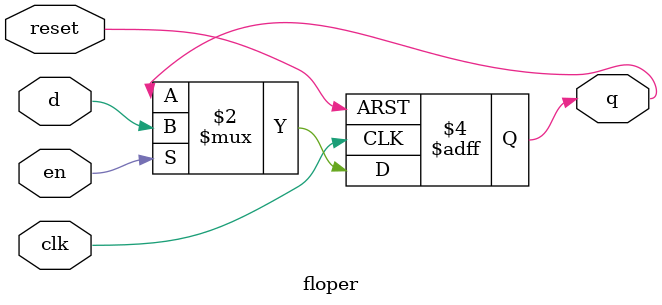
<source format=sv>
module floper #(
    parameter int Width = 1,
    parameter logic[Width-1:0] ResetValue = 0
)(
    input logic clk,
    input logic reset,
    input logic en,
    input logic[Width-1:0] d,
    output logic[Width-1:0] q
);
    always_ff @(posedge clk or posedge reset) begin
        if (reset)
            q <= ResetValue;
        else if (en)
            q <= d; 
    end
endmodule

</source>
